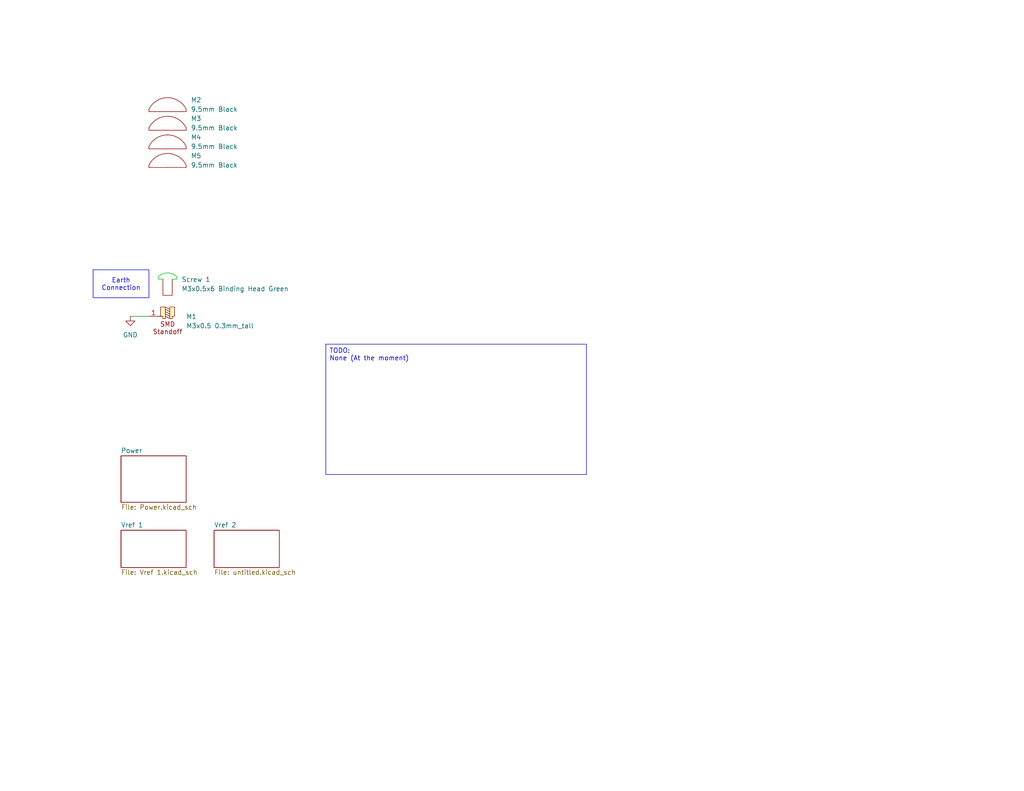
<source format=kicad_sch>
(kicad_sch (version 20230121) (generator eeschema)
  (paper "USLetter")
  (lib_symbols
    (symbol "Danakil_database:Mechanical - Feet/9.5mm_dia 5.4mm_height Black  "
      (property "Reference" "M" (at 0 1.27 0))
      (property "Value" "9.5mm Black" (at 0 0 0))
      (symbol "Mechanical - Feet/9.5mm_dia 5.4mm_height Black  _0_1"
        (polyline (pts (xy -5.08 0) (xy -5.08 0.635)))
        (polyline (pts (xy 0 0) (xy -5.08 0)))
        (polyline (pts (xy 0 0) (xy 5.08 0)))
        (polyline (pts (xy 5.08 0) (xy 5.08 0.635)))
        (arc (start 0 3.81) (mid -2.995 2.9504) (end -5.08 0.635))
        (arc (start 5.08 0.635) (mid 2.995 2.9504) (end 0 3.81))
      )
    )
    (symbol "Danakil_database:Mechanical - Screws/M3x0.5x6 Combination Drive Binding Head Brass Green" (pin_numbers hide) (pin_names (offset 0) hide)
      (property "Reference" "Screw " (at 0 10.795 0))
      (property "Value" "M3x0.5x6 Binding Head Green" (at 0 8.255 0))
      (symbol "Mechanical - Screws/M3x0.5x6 Combination Drive Binding Head Brass Green_0_1"
        (polyline (pts (xy -1.27 5.08) (xy -1.27 0.635) (xy 1.27 0.635) (xy 1.27 5.08) (xy 1.27 5.08) (xy 1.27 5.08)))
      )
      (symbol "Mechanical - Screws/M3x0.5x6 Combination Drive Binding Head Brass Green_1_1"
        (polyline (pts (xy -2.54 5.08) (xy -2.54 5.715)) (stroke (width 0) (color 0 194 0 1)))
        (polyline (pts (xy -1.27 5.08) (xy -2.54 5.08)) (stroke (width 0) (color 0 194 0 1)))
        (polyline (pts (xy 1.27 5.08) (xy 2.54 5.08)) (stroke (width 0) (color 0 194 0 1)))
        (polyline (pts (xy 2.54 5.08) (xy 2.54 5.715)) (stroke (width 0) (color 0 194 0 1)))
        (arc (start 2.54 5.715) (mid 0 6.7671) (end -2.54 5.715) (stroke (width 0) (color 0 194 0 1)))
      )
    )
    (symbol "Danakil_database:Mechanical - Standoffs - SMD/M3x0.5 0.3mm_tall Elect_Conn"
      (property "Reference" "M" (at 0 5.715 0))
      (property "Value" "M3x0.5 0.3mm_tall" (at 0 3.81 0))
      (symbol "Mechanical - Standoffs - SMD/M3x0.5 0.3mm_tall Elect_Conn_1_1"
        (polyline (pts (xy -2.54 0) (xy -1.778 0)))
        (polyline (pts (xy -0.635 0) (xy 0.635 -0.635)))
        (polyline (pts (xy -0.635 0.635) (xy 0.635 0)))
        (polyline (pts (xy -0.635 1.27) (xy 0.635 0.635)))
        (polyline (pts (xy -0.635 1.905) (xy 0.635 1.27)))
        (polyline (pts (xy -0.635 2.54) (xy 0.635 1.905)))
        (polyline (pts (xy -0.635 -0.635) (xy -0.635 2.54) (xy -1.905 2.54) (xy -1.905 0) (xy -1.27 0) (xy -1.27 -0.635) (xy -0.635 -0.635)) (fill (type background)))
        (polyline (pts (xy 0.635 -0.635) (xy 0.635 2.54) (xy 1.905 2.54) (xy 1.905 0) (xy 1.27 0) (xy 1.27 -0.635) (xy 0.635 -0.635)) (fill (type background)))
        (text "SMD\nStandoff" (at 0 -3.175 0) (effects (font (size 1.27 1.27))))
        (pin input line (at -5.08 0 0) (length 2.54) (name "") (number "1"))
      )
    )
    (symbol "power:GND" (power) (pin_names (offset 0))
      (property "Value" "GND" (at 0 -3.81 0))
      (symbol "GND_0_1"
        (polyline (pts (xy 0 0) (xy 0 -1.27) (xy 1.27 -1.27) (xy 0 -2.54) (xy -1.27 -1.27) (xy 0 -1.27)))
      )
      (symbol "GND_1_1"
        (pin power_in line (at 0 0 270) (length 0) hide (name "GND") (number "1"))
      )
    )
  )
  (wire (pts (xy 35.56 86.36) (xy 40.64 86.36)))
  (text_box "TODO:\nNone (At the moment)" (at 88.9 93.98 0) (size 71.12 35.56) (fill (type color)) (effects (font (size 1.27 1.27)) (justify left top)))
  (text_box "Earth Connection" (at 25.4 73.66 0) (size 15.24 7.62) (effects (font (size 1.27 1.27))))
  (symbol (lib_id "Danakil_database:Mechanical - Feet/9.5mm_dia 5.4mm_height Black  ") (at 45.72 45.72 0) (unit 1)
    (property "Reference" "M5" (at 52.07 42.545 0) (effects (justify left)))
    (property "Value" "9.5mm Black" (at 52.07 45.085 0) (effects (justify left)))
    (property "Footprint" "Feet:BS22BL05X06RP" (effects hide))
    (property "Datasheet" "https://mm.digikey.com/Volume0/opasdata/d220001/medias/docus/699/Bumper_Brochure.pdf" (effects hide))
    (property "Name" "9.5mm_dia 5.4mm_height Black  " (effects hide))
    (property "Diameter" "9.5mm" (effects hide))
    (property "Height" "5.4mm" (effects hide))
    (property "Color" "Black" (effects hide))
    (property "MFG" "Bumper Specialties Inc." (effects hide))
    (property "MFG PN" "BS22BL05X06RP" (effects hide))
    (property "Distributor" "Digikey" (effects hide))
    (property "Distributor PN" "2042-1050-ND" (effects hide))
    (property "Symbol" "0Dan_Mech_Feet:Foot" (effects hide))
    (property "Comment" " " (effects hide))
  )
  (symbol (lib_id "Danakil_database:Mechanical - Feet/9.5mm_dia 5.4mm_height Black  ") (at 45.72 35.56 0) (unit 1)
    (property "Reference" "M3" (at 52.07 32.385 0) (effects (justify left)))
    (property "Value" "9.5mm Black" (at 52.07 34.925 0) (effects (justify left)))
    (property "Footprint" "Feet:BS22BL05X06RP" (effects hide))
    (property "Datasheet" "https://mm.digikey.com/Volume0/opasdata/d220001/medias/docus/699/Bumper_Brochure.pdf" (effects hide))
    (property "Name" "9.5mm_dia 5.4mm_height Black  " (effects hide))
    (property "Diameter" "9.5mm" (effects hide))
    (property "Height" "5.4mm" (effects hide))
    (property "Color" "Black" (effects hide))
    (property "MFG" "Bumper Specialties Inc." (effects hide))
    (property "MFG PN" "BS22BL05X06RP" (effects hide))
    (property "Distributor" "Digikey" (effects hide))
    (property "Distributor PN" "2042-1050-ND" (effects hide))
    (property "Symbol" "0Dan_Mech_Feet:Foot" (effects hide))
    (property "Comment" " " (effects hide))
  )
  (symbol (lib_id "Danakil_database:Mechanical - Feet/9.5mm_dia 5.4mm_height Black  ") (at 45.72 40.64 0) (unit 1)
    (property "Reference" "M4" (at 52.07 37.465 0) (effects (justify left)))
    (property "Value" "9.5mm Black" (at 52.07 40.005 0) (effects (justify left)))
    (property "Footprint" "Feet:BS22BL05X06RP" (effects hide))
    (property "Datasheet" "https://mm.digikey.com/Volume0/opasdata/d220001/medias/docus/699/Bumper_Brochure.pdf" (effects hide))
    (property "Name" "9.5mm_dia 5.4mm_height Black  " (effects hide))
    (property "Diameter" "9.5mm" (effects hide))
    (property "Height" "5.4mm" (effects hide))
    (property "Color" "Black" (effects hide))
    (property "MFG" "Bumper Specialties Inc." (effects hide))
    (property "MFG PN" "BS22BL05X06RP" (effects hide))
    (property "Distributor" "Digikey" (effects hide))
    (property "Distributor PN" "2042-1050-ND" (effects hide))
    (property "Symbol" "0Dan_Mech_Feet:Foot" (effects hide))
    (property "Comment" " " (effects hide))
  )
  (symbol (lib_id "Danakil_database:Mechanical - Feet/9.5mm_dia 5.4mm_height Black  ") (at 45.72 30.48 0) (unit 1)
    (property "Reference" "M2" (at 52.07 27.305 0) (effects (justify left)))
    (property "Value" "9.5mm Black" (at 52.07 29.845 0) (effects (justify left)))
    (property "Footprint" "Feet:BS22BL05X06RP" (effects hide))
    (property "Datasheet" "https://mm.digikey.com/Volume0/opasdata/d220001/medias/docus/699/Bumper_Brochure.pdf" (effects hide))
    (property "Name" "9.5mm_dia 5.4mm_height Black  " (effects hide))
    (property "Diameter" "9.5mm" (effects hide))
    (property "Height" "5.4mm" (effects hide))
    (property "Color" "Black" (effects hide))
    (property "MFG" "Bumper Specialties Inc." (effects hide))
    (property "MFG PN" "BS22BL05X06RP" (effects hide))
    (property "Distributor" "Digikey" (effects hide))
    (property "Distributor PN" "2042-1050-ND" (effects hide))
    (property "Symbol" "0Dan_Mech_Feet:Foot" (effects hide))
    (property "Comment" " " (effects hide))
  )
  (symbol (lib_id "Danakil_database:Mechanical - Standoffs - SMD/M3x0.5 0.3mm_tall Elect_Conn") (at 45.72 86.36 0) (unit 1)
    (property "Reference" "M1" (at 50.8 86.4295 0) (effects (justify left)))
    (property "Value" "M3x0.5 0.3mm_tall" (at 50.8 88.9695 0) (effects (justify left)))
    (property "Footprint" "Mechanical_Standoffs_SMD:24939_ElecConn" (effects hide))
    (property "Datasheet" "https://www.keyelco.com/product-pdf.cfm?p=14826" (effects hide))
    (property "Name" "M3x0.5 0.3mm_tall Elect_Conn" (effects hide))
    (property "Thread Size" "M3x0.5" (effects hide))
    (property "Height" "0.3mm" (effects hide))
    (property "MFG" "Keystone Electronics" (effects hide))
    (property "MFG PN" "24939" (effects hide))
    (property "Distributor" "Digikey" (effects hide))
    (property "Distributor PN" "36-24939CT-ND" (effects hide))
    (property "Symbol" "0Dan_Mech_Standoffs:SMD_ElecConn" (effects hide))
    (property "Comment" "Elect_Conn" (effects hide))
  )
  (symbol (lib_id "Danakil_database:Mechanical - Screws/M3x0.5x6 Combination Drive Binding Head Brass Green") (at 45.72 81.28 0) (unit 1)
    (property "Reference" "Screw 1" (at 49.53 76.3089 0) (effects (justify left)))
    (property "Value" "M3x0.5x6 Binding Head Green" (at 49.53 78.8489 0) (effects (justify left)))
    (property "Footprint" "Screws:9191" (effects hide))
    (property "Datasheet" "https://www.keyelco.com/product-pdf.cfm?p=1928" (effects hide))
    (property "Name" "M3x0.5x6 Combination Drive Binding Head Brass Green" (effects hide))
    (property "Size" "M3x0.5x6" (effects hide))
    (property "Drive Type" "Combination" (effects hide))
    (property "Head Type" "Binding Head" (effects hide))
    (property "Material" "Brass" (effects hide))
    (property "MFG" "Keystone Electronics" (effects hide))
    (property "MFG PN" "9191-6" (effects hide))
    (property "Distributor" "Digikey" (effects hide))
    (property "Distributor PN" "36-9191-6-ND" (effects hide))
    (property "Symbol" "0Dan_Mech_Screws:M3-6mm_Pan_Green" (effects hide))
    (property "Schematic Only" "FALSE" (effects hide))
    (property "Has Hole" "FALSE" (effects hide))
    (property "Comment" "Green" (effects hide))
  )
  (symbol (lib_id "power:GND") (at 35.56 86.36 0) (unit 1)
    (property "Reference" "#PWR030" (effects hide))
    (property "Value" "GND" (at 35.56 91.44 0))
  )
  (sheet (at 33.02 144.78) (size 17.78 10.16) (stroke (width 0.1524))
    (property "Sheetname" "Vref 1" (at 33.02 144.0684 0) (effects (justify left bottom)))
    (property "Sheetfile" "Vref 1.kicad_sch" (at 33.02 155.5246 0) (effects (justify left top)))
  )
  (sheet (at 33.02 124.46) (size 17.78 12.7) (stroke (width 0.1524))
    (property "Sheetname" "Power" (at 33.02 123.7484 0) (effects (justify left bottom)))
    (property "Sheetfile" "Power.kicad_sch" (at 33.02 137.7446 0) (effects (justify left top)))
  )
  (sheet (at 58.42 144.78) (size 17.78 10.16) (stroke (width 0.1524))
    (property "Sheetname" "Vref 2" (at 58.42 144.0684 0) (effects (justify left bottom)))
    (property "Sheetfile" "untitled.kicad_sch" (at 58.42 155.5246 0) (effects (justify left top)))
  )
)
</source>
